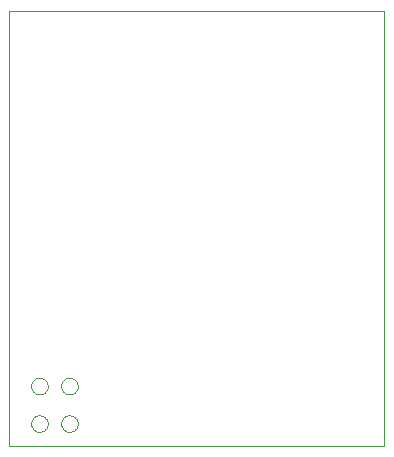
<source format=gbo>
G75*
%MOIN*%
%OFA0B0*%
%FSLAX24Y24*%
%IPPOS*%
%LPD*%
%AMOC8*
5,1,8,0,0,1.08239X$1,22.5*
%
%ADD10C,0.0000*%
D10*
X000180Y000346D02*
X000180Y014846D01*
X012680Y014846D01*
X012680Y000346D01*
X000180Y000346D01*
X000904Y001096D02*
X000906Y001129D01*
X000912Y001161D01*
X000921Y001192D01*
X000934Y001222D01*
X000951Y001250D01*
X000971Y001276D01*
X000994Y001300D01*
X001019Y001320D01*
X001047Y001338D01*
X001076Y001352D01*
X001107Y001362D01*
X001139Y001369D01*
X001172Y001372D01*
X001205Y001371D01*
X001237Y001366D01*
X001268Y001357D01*
X001299Y001345D01*
X001327Y001329D01*
X001354Y001310D01*
X001378Y001288D01*
X001399Y001263D01*
X001418Y001236D01*
X001433Y001207D01*
X001444Y001177D01*
X001452Y001145D01*
X001456Y001112D01*
X001456Y001080D01*
X001452Y001047D01*
X001444Y001015D01*
X001433Y000985D01*
X001418Y000956D01*
X001399Y000929D01*
X001378Y000904D01*
X001354Y000882D01*
X001327Y000863D01*
X001299Y000847D01*
X001268Y000835D01*
X001237Y000826D01*
X001205Y000821D01*
X001172Y000820D01*
X001139Y000823D01*
X001107Y000830D01*
X001076Y000840D01*
X001047Y000854D01*
X001019Y000872D01*
X000994Y000892D01*
X000971Y000916D01*
X000951Y000942D01*
X000934Y000970D01*
X000921Y001000D01*
X000912Y001031D01*
X000906Y001063D01*
X000904Y001096D01*
X000904Y002346D02*
X000906Y002379D01*
X000912Y002411D01*
X000921Y002442D01*
X000934Y002472D01*
X000951Y002500D01*
X000971Y002526D01*
X000994Y002550D01*
X001019Y002570D01*
X001047Y002588D01*
X001076Y002602D01*
X001107Y002612D01*
X001139Y002619D01*
X001172Y002622D01*
X001205Y002621D01*
X001237Y002616D01*
X001268Y002607D01*
X001299Y002595D01*
X001327Y002579D01*
X001354Y002560D01*
X001378Y002538D01*
X001399Y002513D01*
X001418Y002486D01*
X001433Y002457D01*
X001444Y002427D01*
X001452Y002395D01*
X001456Y002362D01*
X001456Y002330D01*
X001452Y002297D01*
X001444Y002265D01*
X001433Y002235D01*
X001418Y002206D01*
X001399Y002179D01*
X001378Y002154D01*
X001354Y002132D01*
X001327Y002113D01*
X001299Y002097D01*
X001268Y002085D01*
X001237Y002076D01*
X001205Y002071D01*
X001172Y002070D01*
X001139Y002073D01*
X001107Y002080D01*
X001076Y002090D01*
X001047Y002104D01*
X001019Y002122D01*
X000994Y002142D01*
X000971Y002166D01*
X000951Y002192D01*
X000934Y002220D01*
X000921Y002250D01*
X000912Y002281D01*
X000906Y002313D01*
X000904Y002346D01*
X001904Y002346D02*
X001906Y002379D01*
X001912Y002411D01*
X001921Y002442D01*
X001934Y002472D01*
X001951Y002500D01*
X001971Y002526D01*
X001994Y002550D01*
X002019Y002570D01*
X002047Y002588D01*
X002076Y002602D01*
X002107Y002612D01*
X002139Y002619D01*
X002172Y002622D01*
X002205Y002621D01*
X002237Y002616D01*
X002268Y002607D01*
X002299Y002595D01*
X002327Y002579D01*
X002354Y002560D01*
X002378Y002538D01*
X002399Y002513D01*
X002418Y002486D01*
X002433Y002457D01*
X002444Y002427D01*
X002452Y002395D01*
X002456Y002362D01*
X002456Y002330D01*
X002452Y002297D01*
X002444Y002265D01*
X002433Y002235D01*
X002418Y002206D01*
X002399Y002179D01*
X002378Y002154D01*
X002354Y002132D01*
X002327Y002113D01*
X002299Y002097D01*
X002268Y002085D01*
X002237Y002076D01*
X002205Y002071D01*
X002172Y002070D01*
X002139Y002073D01*
X002107Y002080D01*
X002076Y002090D01*
X002047Y002104D01*
X002019Y002122D01*
X001994Y002142D01*
X001971Y002166D01*
X001951Y002192D01*
X001934Y002220D01*
X001921Y002250D01*
X001912Y002281D01*
X001906Y002313D01*
X001904Y002346D01*
X001904Y001096D02*
X001906Y001129D01*
X001912Y001161D01*
X001921Y001192D01*
X001934Y001222D01*
X001951Y001250D01*
X001971Y001276D01*
X001994Y001300D01*
X002019Y001320D01*
X002047Y001338D01*
X002076Y001352D01*
X002107Y001362D01*
X002139Y001369D01*
X002172Y001372D01*
X002205Y001371D01*
X002237Y001366D01*
X002268Y001357D01*
X002299Y001345D01*
X002327Y001329D01*
X002354Y001310D01*
X002378Y001288D01*
X002399Y001263D01*
X002418Y001236D01*
X002433Y001207D01*
X002444Y001177D01*
X002452Y001145D01*
X002456Y001112D01*
X002456Y001080D01*
X002452Y001047D01*
X002444Y001015D01*
X002433Y000985D01*
X002418Y000956D01*
X002399Y000929D01*
X002378Y000904D01*
X002354Y000882D01*
X002327Y000863D01*
X002299Y000847D01*
X002268Y000835D01*
X002237Y000826D01*
X002205Y000821D01*
X002172Y000820D01*
X002139Y000823D01*
X002107Y000830D01*
X002076Y000840D01*
X002047Y000854D01*
X002019Y000872D01*
X001994Y000892D01*
X001971Y000916D01*
X001951Y000942D01*
X001934Y000970D01*
X001921Y001000D01*
X001912Y001031D01*
X001906Y001063D01*
X001904Y001096D01*
M02*

</source>
